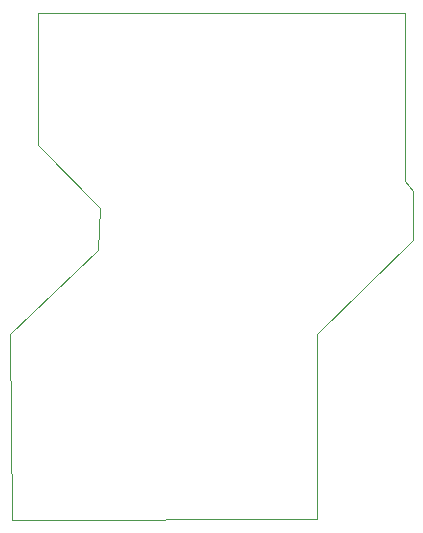
<source format=gbr>
%TF.GenerationSoftware,KiCad,Pcbnew,8.0.4*%
%TF.CreationDate,2024-12-17T16:18:05+07:00*%
%TF.ProjectId,8bit_bus,38626974-5f62-4757-932e-6b696361645f,rev?*%
%TF.SameCoordinates,Original*%
%TF.FileFunction,Profile,NP*%
%FSLAX46Y46*%
G04 Gerber Fmt 4.6, Leading zero omitted, Abs format (unit mm)*
G04 Created by KiCad (PCBNEW 8.0.4) date 2024-12-17 16:18:05*
%MOMM*%
%LPD*%
G01*
G04 APERTURE LIST*
%TA.AperFunction,Profile*%
%ADD10C,0.050000*%
%TD*%
G04 APERTURE END LIST*
D10*
X57543893Y-33108850D02*
X58193893Y-33938850D01*
X58173893Y-38088850D01*
X50053893Y-46088850D01*
X50073893Y-61718850D01*
X24223893Y-61798850D01*
X24123893Y-46088850D01*
X31583893Y-38918850D01*
X31683893Y-35358850D01*
X26473893Y-30088850D01*
X26453893Y-18898850D01*
X57523893Y-18888850D01*
X57543893Y-33108850D01*
M02*

</source>
